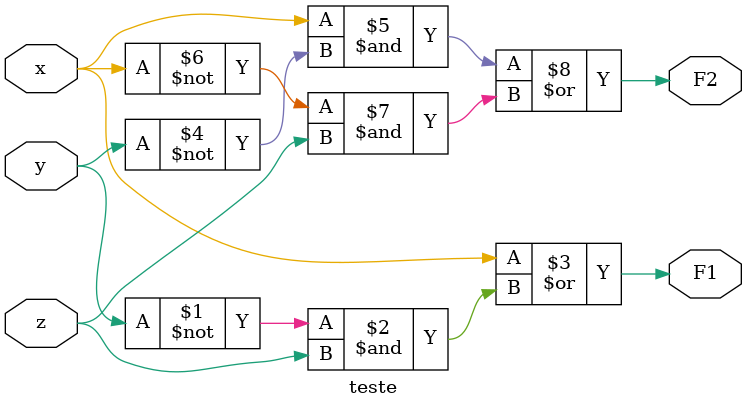
<source format=sv>

module teste(
    input logic x, y, z,
    output logic F1, F2
);
    assign F1 = x | (~y & z);
    assign F2 = (x & (~y)) | ((~x) & z);
endmodule

</source>
